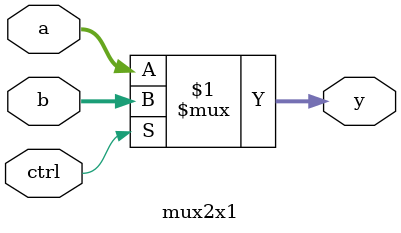
<source format=sv>
module mux2x1 #(parameter WIDTH = 32)
				   (input  logic  [WIDTH-1:0] a,b,
					 input  logic				  ctrl,
					 output logic  [WIDTH-1:0] y);
		
		assign y = ctrl ? b:a;
		
endmodule

</source>
